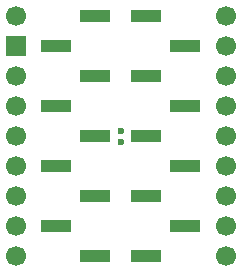
<source format=gbs>
G04 #@! TF.GenerationSoftware,KiCad,Pcbnew,9.0.6*
G04 #@! TF.CreationDate,2026-01-02T20:57:35-06:00*
G04 #@! TF.ProjectId,DHVQFN-14_3x2.5_P0.5,44485651-464e-42d3-9134-5f3378322e35,rev?*
G04 #@! TF.SameCoordinates,Original*
G04 #@! TF.FileFunction,Soldermask,Bot*
G04 #@! TF.FilePolarity,Negative*
%FSLAX46Y46*%
G04 Gerber Fmt 4.6, Leading zero omitted, Abs format (unit mm)*
G04 Created by KiCad (PCBNEW 9.0.6) date 2026-01-02 20:57:35*
%MOMM*%
%LPD*%
G01*
G04 APERTURE LIST*
%ADD10R,2.510000X1.000000*%
%ADD11C,0.600000*%
%ADD12C,1.700000*%
%ADD13R,1.700000X1.700000*%
G04 APERTURE END LIST*
D10*
X135251000Y-101092000D03*
X138561000Y-103632000D03*
X135251000Y-106172000D03*
X138561000Y-108712000D03*
X135251000Y-111252000D03*
X138561000Y-113792000D03*
X135251000Y-116332000D03*
X138561000Y-118872000D03*
X135251000Y-121412000D03*
X130941000Y-121412000D03*
X127631000Y-118872000D03*
X130941000Y-116332000D03*
X127631000Y-113792000D03*
X130941000Y-111252000D03*
X127631000Y-108712000D03*
X130941000Y-106172000D03*
X127631000Y-103632000D03*
X130941000Y-101092000D03*
D11*
X133096000Y-111702000D03*
X133096000Y-110802000D03*
D12*
X124206000Y-121412000D03*
X124206000Y-118872000D03*
X124206000Y-116332000D03*
X124206000Y-113792000D03*
X124206000Y-111252000D03*
X124206000Y-108712000D03*
X124206000Y-106172000D03*
D13*
X124206000Y-103632000D03*
D12*
X124206000Y-101092000D03*
X141986000Y-121412000D03*
X141986000Y-118872000D03*
X141986000Y-116332000D03*
X141986000Y-113792000D03*
X141986000Y-111252000D03*
X141986000Y-108712000D03*
X141986000Y-106172000D03*
X141986000Y-103632000D03*
X141986000Y-101092000D03*
M02*

</source>
